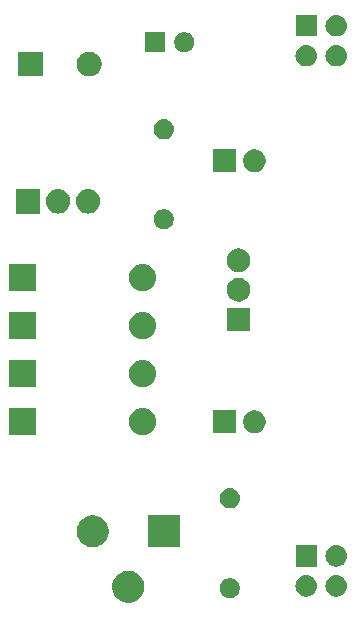
<source format=gts>
G04 #@! TF.GenerationSoftware,KiCad,Pcbnew,(5.1.2)-1*
G04 #@! TF.CreationDate,2019-05-11T09:03:38-04:00*
G04 #@! TF.ProjectId,PowerSupply,506f7765-7253-4757-9070-6c792e6b6963,1*
G04 #@! TF.SameCoordinates,Original*
G04 #@! TF.FileFunction,Soldermask,Top*
G04 #@! TF.FilePolarity,Negative*
%FSLAX46Y46*%
G04 Gerber Fmt 4.6, Leading zero omitted, Abs format (unit mm)*
G04 Created by KiCad (PCBNEW (5.1.2)-1) date 2019-05-11 09:03:38*
%MOMM*%
%LPD*%
G04 APERTURE LIST*
%ADD10C,0.100000*%
G04 APERTURE END LIST*
D10*
G36*
X113853072Y-125066918D02*
G01*
X114098939Y-125168759D01*
X114320212Y-125316610D01*
X114508390Y-125504788D01*
X114621258Y-125673705D01*
X114656242Y-125726063D01*
X114758082Y-125971928D01*
X114810000Y-126232937D01*
X114810000Y-126499063D01*
X114758082Y-126760072D01*
X114683063Y-126941186D01*
X114656241Y-127005939D01*
X114624276Y-127053778D01*
X114525237Y-127202000D01*
X114508390Y-127227212D01*
X114320212Y-127415390D01*
X114098939Y-127563241D01*
X114098938Y-127563242D01*
X114098937Y-127563242D01*
X113853072Y-127665082D01*
X113592063Y-127717000D01*
X113325937Y-127717000D01*
X113064928Y-127665082D01*
X112819063Y-127563242D01*
X112819062Y-127563242D01*
X112819061Y-127563241D01*
X112597788Y-127415390D01*
X112409610Y-127227212D01*
X112392764Y-127202000D01*
X112293724Y-127053778D01*
X112261759Y-127005939D01*
X112234938Y-126941186D01*
X112159918Y-126760072D01*
X112108000Y-126499063D01*
X112108000Y-126232937D01*
X112159918Y-125971928D01*
X112261758Y-125726063D01*
X112296743Y-125673705D01*
X112409610Y-125504788D01*
X112597788Y-125316610D01*
X112819061Y-125168759D01*
X113064928Y-125066918D01*
X113325937Y-125015000D01*
X113592063Y-125015000D01*
X113853072Y-125066918D01*
X113853072Y-125066918D01*
G37*
G36*
X122295228Y-125673703D02*
G01*
X122450100Y-125737853D01*
X122589481Y-125830985D01*
X122708015Y-125949519D01*
X122801147Y-126088900D01*
X122865297Y-126243772D01*
X122898000Y-126408184D01*
X122898000Y-126575816D01*
X122865297Y-126740228D01*
X122801147Y-126895100D01*
X122708015Y-127034481D01*
X122589481Y-127153015D01*
X122450100Y-127246147D01*
X122295228Y-127310297D01*
X122130816Y-127343000D01*
X121963184Y-127343000D01*
X121798772Y-127310297D01*
X121643900Y-127246147D01*
X121504519Y-127153015D01*
X121385985Y-127034481D01*
X121292853Y-126895100D01*
X121228703Y-126740228D01*
X121196000Y-126575816D01*
X121196000Y-126408184D01*
X121228703Y-126243772D01*
X121292853Y-126088900D01*
X121385985Y-125949519D01*
X121504519Y-125830985D01*
X121643900Y-125737853D01*
X121798772Y-125673703D01*
X121963184Y-125641000D01*
X122130816Y-125641000D01*
X122295228Y-125673703D01*
X122295228Y-125673703D01*
G37*
G36*
X128634443Y-125406519D02*
G01*
X128700627Y-125413037D01*
X128870466Y-125464557D01*
X129026991Y-125548222D01*
X129062729Y-125577552D01*
X129164186Y-125660814D01*
X129227409Y-125737853D01*
X129276778Y-125798009D01*
X129360443Y-125954534D01*
X129411963Y-126124373D01*
X129429359Y-126301000D01*
X129411963Y-126477627D01*
X129360443Y-126647466D01*
X129276778Y-126803991D01*
X129247448Y-126839729D01*
X129164186Y-126941186D01*
X129085283Y-127005939D01*
X129026991Y-127053778D01*
X128870466Y-127137443D01*
X128700627Y-127188963D01*
X128634443Y-127195481D01*
X128568260Y-127202000D01*
X128479740Y-127202000D01*
X128413557Y-127195481D01*
X128347373Y-127188963D01*
X128177534Y-127137443D01*
X128021009Y-127053778D01*
X127962717Y-127005939D01*
X127883814Y-126941186D01*
X127800552Y-126839729D01*
X127771222Y-126803991D01*
X127687557Y-126647466D01*
X127636037Y-126477627D01*
X127618641Y-126301000D01*
X127636037Y-126124373D01*
X127687557Y-125954534D01*
X127771222Y-125798009D01*
X127820591Y-125737853D01*
X127883814Y-125660814D01*
X127985271Y-125577552D01*
X128021009Y-125548222D01*
X128177534Y-125464557D01*
X128347373Y-125413037D01*
X128413557Y-125406519D01*
X128479740Y-125400000D01*
X128568260Y-125400000D01*
X128634443Y-125406519D01*
X128634443Y-125406519D01*
G37*
G36*
X131174443Y-125406519D02*
G01*
X131240627Y-125413037D01*
X131410466Y-125464557D01*
X131566991Y-125548222D01*
X131602729Y-125577552D01*
X131704186Y-125660814D01*
X131767409Y-125737853D01*
X131816778Y-125798009D01*
X131900443Y-125954534D01*
X131951963Y-126124373D01*
X131969359Y-126301000D01*
X131951963Y-126477627D01*
X131900443Y-126647466D01*
X131816778Y-126803991D01*
X131787448Y-126839729D01*
X131704186Y-126941186D01*
X131625283Y-127005939D01*
X131566991Y-127053778D01*
X131410466Y-127137443D01*
X131240627Y-127188963D01*
X131174443Y-127195481D01*
X131108260Y-127202000D01*
X131019740Y-127202000D01*
X130953557Y-127195481D01*
X130887373Y-127188963D01*
X130717534Y-127137443D01*
X130561009Y-127053778D01*
X130502717Y-127005939D01*
X130423814Y-126941186D01*
X130340552Y-126839729D01*
X130311222Y-126803991D01*
X130227557Y-126647466D01*
X130176037Y-126477627D01*
X130158641Y-126301000D01*
X130176037Y-126124373D01*
X130227557Y-125954534D01*
X130311222Y-125798009D01*
X130360591Y-125737853D01*
X130423814Y-125660814D01*
X130525271Y-125577552D01*
X130561009Y-125548222D01*
X130717534Y-125464557D01*
X130887373Y-125413037D01*
X130953557Y-125406519D01*
X131019740Y-125400000D01*
X131108260Y-125400000D01*
X131174443Y-125406519D01*
X131174443Y-125406519D01*
G37*
G36*
X129425000Y-124662000D02*
G01*
X127623000Y-124662000D01*
X127623000Y-122860000D01*
X129425000Y-122860000D01*
X129425000Y-124662000D01*
X129425000Y-124662000D01*
G37*
G36*
X131174442Y-122866518D02*
G01*
X131240627Y-122873037D01*
X131410466Y-122924557D01*
X131566991Y-123008222D01*
X131602729Y-123037552D01*
X131704186Y-123120814D01*
X131787448Y-123222271D01*
X131816778Y-123258009D01*
X131900443Y-123414534D01*
X131951963Y-123584373D01*
X131969359Y-123761000D01*
X131951963Y-123937627D01*
X131900443Y-124107466D01*
X131816778Y-124263991D01*
X131787448Y-124299729D01*
X131704186Y-124401186D01*
X131602729Y-124484448D01*
X131566991Y-124513778D01*
X131410466Y-124597443D01*
X131240627Y-124648963D01*
X131174442Y-124655482D01*
X131108260Y-124662000D01*
X131019740Y-124662000D01*
X130953558Y-124655482D01*
X130887373Y-124648963D01*
X130717534Y-124597443D01*
X130561009Y-124513778D01*
X130525271Y-124484448D01*
X130423814Y-124401186D01*
X130340552Y-124299729D01*
X130311222Y-124263991D01*
X130227557Y-124107466D01*
X130176037Y-123937627D01*
X130158641Y-123761000D01*
X130176037Y-123584373D01*
X130227557Y-123414534D01*
X130311222Y-123258009D01*
X130340552Y-123222271D01*
X130423814Y-123120814D01*
X130525271Y-123037552D01*
X130561009Y-123008222D01*
X130717534Y-122924557D01*
X130887373Y-122873037D01*
X130953558Y-122866518D01*
X131019740Y-122860000D01*
X131108260Y-122860000D01*
X131174442Y-122866518D01*
X131174442Y-122866518D01*
G37*
G36*
X110853072Y-120366918D02*
G01*
X111098939Y-120468759D01*
X111320212Y-120616610D01*
X111508390Y-120804788D01*
X111656241Y-121026061D01*
X111758082Y-121271928D01*
X111810000Y-121532938D01*
X111810000Y-121799062D01*
X111758082Y-122060072D01*
X111656241Y-122305939D01*
X111508390Y-122527212D01*
X111320212Y-122715390D01*
X111098939Y-122863241D01*
X111098938Y-122863242D01*
X111098937Y-122863242D01*
X110853072Y-122965082D01*
X110592063Y-123017000D01*
X110325937Y-123017000D01*
X110064928Y-122965082D01*
X109819063Y-122863242D01*
X109819062Y-122863242D01*
X109819061Y-122863241D01*
X109597788Y-122715390D01*
X109409610Y-122527212D01*
X109261759Y-122305939D01*
X109159918Y-122060072D01*
X109108000Y-121799062D01*
X109108000Y-121532938D01*
X109159918Y-121271928D01*
X109261759Y-121026061D01*
X109409610Y-120804788D01*
X109597788Y-120616610D01*
X109819061Y-120468759D01*
X110064928Y-120366918D01*
X110325937Y-120315000D01*
X110592063Y-120315000D01*
X110853072Y-120366918D01*
X110853072Y-120366918D01*
G37*
G36*
X117810000Y-123017000D02*
G01*
X115108000Y-123017000D01*
X115108000Y-120315000D01*
X117810000Y-120315000D01*
X117810000Y-123017000D01*
X117810000Y-123017000D01*
G37*
G36*
X122213823Y-118033313D02*
G01*
X122374242Y-118081976D01*
X122506906Y-118152886D01*
X122522078Y-118160996D01*
X122651659Y-118267341D01*
X122758004Y-118396922D01*
X122758005Y-118396924D01*
X122837024Y-118544758D01*
X122885687Y-118705177D01*
X122902117Y-118872000D01*
X122885687Y-119038823D01*
X122837024Y-119199242D01*
X122766114Y-119331906D01*
X122758004Y-119347078D01*
X122651659Y-119476659D01*
X122522078Y-119583004D01*
X122522076Y-119583005D01*
X122374242Y-119662024D01*
X122213823Y-119710687D01*
X122088804Y-119723000D01*
X122005196Y-119723000D01*
X121880177Y-119710687D01*
X121719758Y-119662024D01*
X121571924Y-119583005D01*
X121571922Y-119583004D01*
X121442341Y-119476659D01*
X121335996Y-119347078D01*
X121327886Y-119331906D01*
X121256976Y-119199242D01*
X121208313Y-119038823D01*
X121191883Y-118872000D01*
X121208313Y-118705177D01*
X121256976Y-118544758D01*
X121335995Y-118396924D01*
X121335996Y-118396922D01*
X121442341Y-118267341D01*
X121571922Y-118160996D01*
X121587094Y-118152886D01*
X121719758Y-118081976D01*
X121880177Y-118033313D01*
X122005196Y-118021000D01*
X122088804Y-118021000D01*
X122213823Y-118033313D01*
X122213823Y-118033313D01*
G37*
G36*
X105672000Y-113546000D02*
G01*
X103370000Y-113546000D01*
X103370000Y-111244000D01*
X105672000Y-111244000D01*
X105672000Y-113546000D01*
X105672000Y-113546000D01*
G37*
G36*
X114850271Y-111255103D02*
G01*
X114906635Y-111260654D01*
X115123600Y-111326470D01*
X115123602Y-111326471D01*
X115323555Y-111433347D01*
X115498818Y-111577182D01*
X115642653Y-111752445D01*
X115745325Y-111944533D01*
X115749530Y-111952400D01*
X115815346Y-112169365D01*
X115837569Y-112395000D01*
X115815346Y-112620635D01*
X115799645Y-112672395D01*
X115749529Y-112837602D01*
X115642653Y-113037555D01*
X115498818Y-113212818D01*
X115323555Y-113356653D01*
X115123602Y-113463529D01*
X115123600Y-113463530D01*
X114906635Y-113529346D01*
X114850271Y-113534897D01*
X114737545Y-113546000D01*
X114624455Y-113546000D01*
X114511729Y-113534897D01*
X114455365Y-113529346D01*
X114238400Y-113463530D01*
X114238398Y-113463529D01*
X114038445Y-113356653D01*
X113863182Y-113212818D01*
X113719347Y-113037555D01*
X113612471Y-112837602D01*
X113562356Y-112672395D01*
X113546654Y-112620635D01*
X113524431Y-112395000D01*
X113546654Y-112169365D01*
X113612470Y-111952400D01*
X113616675Y-111944533D01*
X113719347Y-111752445D01*
X113863182Y-111577182D01*
X114038445Y-111433347D01*
X114238398Y-111326471D01*
X114238400Y-111326470D01*
X114455365Y-111260654D01*
X114511729Y-111255103D01*
X114624455Y-111244000D01*
X114737545Y-111244000D01*
X114850271Y-111255103D01*
X114850271Y-111255103D01*
G37*
G36*
X122551000Y-113346000D02*
G01*
X120649000Y-113346000D01*
X120649000Y-111444000D01*
X122551000Y-111444000D01*
X122551000Y-113346000D01*
X122551000Y-113346000D01*
G37*
G36*
X124417395Y-111480546D02*
G01*
X124590466Y-111552234D01*
X124590467Y-111552235D01*
X124746227Y-111656310D01*
X124878690Y-111788773D01*
X124878691Y-111788775D01*
X124982766Y-111944534D01*
X125054454Y-112117605D01*
X125091000Y-112301333D01*
X125091000Y-112488667D01*
X125054454Y-112672395D01*
X124982766Y-112845466D01*
X124982765Y-112845467D01*
X124878690Y-113001227D01*
X124746227Y-113133690D01*
X124667818Y-113186081D01*
X124590466Y-113237766D01*
X124417395Y-113309454D01*
X124233667Y-113346000D01*
X124046333Y-113346000D01*
X123862605Y-113309454D01*
X123689534Y-113237766D01*
X123612182Y-113186081D01*
X123533773Y-113133690D01*
X123401310Y-113001227D01*
X123297235Y-112845467D01*
X123297234Y-112845466D01*
X123225546Y-112672395D01*
X123189000Y-112488667D01*
X123189000Y-112301333D01*
X123225546Y-112117605D01*
X123297234Y-111944534D01*
X123401309Y-111788775D01*
X123401310Y-111788773D01*
X123533773Y-111656310D01*
X123689533Y-111552235D01*
X123689534Y-111552234D01*
X123862605Y-111480546D01*
X124046333Y-111444000D01*
X124233667Y-111444000D01*
X124417395Y-111480546D01*
X124417395Y-111480546D01*
G37*
G36*
X105672000Y-109482000D02*
G01*
X103370000Y-109482000D01*
X103370000Y-107180000D01*
X105672000Y-107180000D01*
X105672000Y-109482000D01*
X105672000Y-109482000D01*
G37*
G36*
X114850271Y-107191103D02*
G01*
X114906635Y-107196654D01*
X115123600Y-107262470D01*
X115123602Y-107262471D01*
X115323555Y-107369347D01*
X115498818Y-107513182D01*
X115642653Y-107688445D01*
X115749529Y-107888398D01*
X115815346Y-108105366D01*
X115837569Y-108331000D01*
X115815346Y-108556634D01*
X115749529Y-108773602D01*
X115642653Y-108973555D01*
X115498818Y-109148818D01*
X115323555Y-109292653D01*
X115123602Y-109399529D01*
X115123600Y-109399530D01*
X114906635Y-109465346D01*
X114850271Y-109470897D01*
X114737545Y-109482000D01*
X114624455Y-109482000D01*
X114511729Y-109470897D01*
X114455365Y-109465346D01*
X114238400Y-109399530D01*
X114238398Y-109399529D01*
X114038445Y-109292653D01*
X113863182Y-109148818D01*
X113719347Y-108973555D01*
X113612471Y-108773602D01*
X113546654Y-108556634D01*
X113524431Y-108331000D01*
X113546654Y-108105366D01*
X113612471Y-107888398D01*
X113719347Y-107688445D01*
X113863182Y-107513182D01*
X114038445Y-107369347D01*
X114238398Y-107262471D01*
X114238400Y-107262470D01*
X114455365Y-107196654D01*
X114511729Y-107191103D01*
X114624455Y-107180000D01*
X114737545Y-107180000D01*
X114850271Y-107191103D01*
X114850271Y-107191103D01*
G37*
G36*
X114850271Y-103127103D02*
G01*
X114906635Y-103132654D01*
X115123600Y-103198470D01*
X115123602Y-103198471D01*
X115323555Y-103305347D01*
X115498818Y-103449182D01*
X115642653Y-103624445D01*
X115749529Y-103824398D01*
X115815346Y-104041366D01*
X115837569Y-104267000D01*
X115815346Y-104492634D01*
X115749529Y-104709602D01*
X115642653Y-104909555D01*
X115498818Y-105084818D01*
X115323555Y-105228653D01*
X115123602Y-105335529D01*
X115123600Y-105335530D01*
X114906635Y-105401346D01*
X114850271Y-105406897D01*
X114737545Y-105418000D01*
X114624455Y-105418000D01*
X114511729Y-105406897D01*
X114455365Y-105401346D01*
X114238400Y-105335530D01*
X114238398Y-105335529D01*
X114038445Y-105228653D01*
X113863182Y-105084818D01*
X113719347Y-104909555D01*
X113612471Y-104709602D01*
X113546654Y-104492634D01*
X113524431Y-104267000D01*
X113546654Y-104041366D01*
X113612471Y-103824398D01*
X113719347Y-103624445D01*
X113863182Y-103449182D01*
X114038445Y-103305347D01*
X114238398Y-103198471D01*
X114238400Y-103198470D01*
X114455365Y-103132654D01*
X114511729Y-103127103D01*
X114624455Y-103116000D01*
X114737545Y-103116000D01*
X114850271Y-103127103D01*
X114850271Y-103127103D01*
G37*
G36*
X105672000Y-105418000D02*
G01*
X103370000Y-105418000D01*
X103370000Y-103116000D01*
X105672000Y-103116000D01*
X105672000Y-105418000D01*
X105672000Y-105418000D01*
G37*
G36*
X123810000Y-104727000D02*
G01*
X121808000Y-104727000D01*
X121808000Y-102725000D01*
X123810000Y-102725000D01*
X123810000Y-104727000D01*
X123810000Y-104727000D01*
G37*
G36*
X123100981Y-100263468D02*
G01*
X123283151Y-100338926D01*
X123447100Y-100448473D01*
X123586527Y-100587900D01*
X123696074Y-100751849D01*
X123771532Y-100934019D01*
X123810000Y-101127410D01*
X123810000Y-101324590D01*
X123771532Y-101517981D01*
X123696074Y-101700151D01*
X123586527Y-101864100D01*
X123447100Y-102003527D01*
X123283151Y-102113074D01*
X123100981Y-102188532D01*
X123004285Y-102207766D01*
X122907591Y-102227000D01*
X122710409Y-102227000D01*
X122613715Y-102207766D01*
X122517019Y-102188532D01*
X122334849Y-102113074D01*
X122170900Y-102003527D01*
X122031473Y-101864100D01*
X121921926Y-101700151D01*
X121846468Y-101517981D01*
X121808000Y-101324590D01*
X121808000Y-101127410D01*
X121846468Y-100934019D01*
X121921926Y-100751849D01*
X122031473Y-100587900D01*
X122170900Y-100448473D01*
X122334849Y-100338926D01*
X122517019Y-100263468D01*
X122613715Y-100244234D01*
X122710409Y-100225000D01*
X122907591Y-100225000D01*
X123100981Y-100263468D01*
X123100981Y-100263468D01*
G37*
G36*
X105672000Y-101354000D02*
G01*
X103370000Y-101354000D01*
X103370000Y-99052000D01*
X105672000Y-99052000D01*
X105672000Y-101354000D01*
X105672000Y-101354000D01*
G37*
G36*
X114850271Y-99063103D02*
G01*
X114906635Y-99068654D01*
X115123600Y-99134470D01*
X115123602Y-99134471D01*
X115323555Y-99241347D01*
X115498818Y-99385182D01*
X115642653Y-99560445D01*
X115749529Y-99760398D01*
X115749530Y-99760400D01*
X115815346Y-99977365D01*
X115837569Y-100203000D01*
X115824182Y-100338926D01*
X115815346Y-100428634D01*
X115749529Y-100645602D01*
X115642653Y-100845555D01*
X115498818Y-101020818D01*
X115323555Y-101164653D01*
X115123602Y-101271529D01*
X115123600Y-101271530D01*
X114906635Y-101337346D01*
X114850271Y-101342897D01*
X114737545Y-101354000D01*
X114624455Y-101354000D01*
X114511729Y-101342897D01*
X114455365Y-101337346D01*
X114238400Y-101271530D01*
X114238398Y-101271529D01*
X114038445Y-101164653D01*
X113863182Y-101020818D01*
X113719347Y-100845555D01*
X113612471Y-100645602D01*
X113546654Y-100428634D01*
X113537819Y-100338926D01*
X113524431Y-100203000D01*
X113546654Y-99977365D01*
X113612470Y-99760400D01*
X113612471Y-99760398D01*
X113719347Y-99560445D01*
X113863182Y-99385182D01*
X114038445Y-99241347D01*
X114238398Y-99134471D01*
X114238400Y-99134470D01*
X114455365Y-99068654D01*
X114511729Y-99063103D01*
X114624455Y-99052000D01*
X114737545Y-99052000D01*
X114850271Y-99063103D01*
X114850271Y-99063103D01*
G37*
G36*
X123004285Y-97744234D02*
G01*
X123100981Y-97763468D01*
X123283151Y-97838926D01*
X123447100Y-97948473D01*
X123586527Y-98087900D01*
X123696074Y-98251849D01*
X123771532Y-98434019D01*
X123810000Y-98627410D01*
X123810000Y-98824590D01*
X123771532Y-99017981D01*
X123696074Y-99200151D01*
X123586527Y-99364100D01*
X123447100Y-99503527D01*
X123283151Y-99613074D01*
X123100981Y-99688532D01*
X123004285Y-99707766D01*
X122907591Y-99727000D01*
X122710409Y-99727000D01*
X122613715Y-99707766D01*
X122517019Y-99688532D01*
X122334849Y-99613074D01*
X122170900Y-99503527D01*
X122031473Y-99364100D01*
X121921926Y-99200151D01*
X121846468Y-99017981D01*
X121808000Y-98824590D01*
X121808000Y-98627410D01*
X121846468Y-98434019D01*
X121921926Y-98251849D01*
X122031473Y-98087900D01*
X122170900Y-97948473D01*
X122334849Y-97838926D01*
X122517019Y-97763468D01*
X122710409Y-97725000D01*
X122907591Y-97725000D01*
X123004285Y-97744234D01*
X123004285Y-97744234D01*
G37*
G36*
X116707228Y-94431703D02*
G01*
X116862100Y-94495853D01*
X117001481Y-94588985D01*
X117120015Y-94707519D01*
X117213147Y-94846900D01*
X117277297Y-95001772D01*
X117310000Y-95166184D01*
X117310000Y-95333816D01*
X117277297Y-95498228D01*
X117213147Y-95653100D01*
X117120015Y-95792481D01*
X117001481Y-95911015D01*
X116862100Y-96004147D01*
X116707228Y-96068297D01*
X116542816Y-96101000D01*
X116375184Y-96101000D01*
X116210772Y-96068297D01*
X116055900Y-96004147D01*
X115916519Y-95911015D01*
X115797985Y-95792481D01*
X115704853Y-95653100D01*
X115640703Y-95498228D01*
X115608000Y-95333816D01*
X115608000Y-95166184D01*
X115640703Y-95001772D01*
X115704853Y-94846900D01*
X115797985Y-94707519D01*
X115916519Y-94588985D01*
X116055900Y-94495853D01*
X116210772Y-94431703D01*
X116375184Y-94399000D01*
X116542816Y-94399000D01*
X116707228Y-94431703D01*
X116707228Y-94431703D01*
G37*
G36*
X107705719Y-92689520D02*
G01*
X107894880Y-92746901D01*
X107894883Y-92746902D01*
X107987333Y-92796318D01*
X108069212Y-92840083D01*
X108222015Y-92965485D01*
X108347417Y-93118288D01*
X108440599Y-93292619D01*
X108497980Y-93481780D01*
X108512500Y-93629206D01*
X108512500Y-93822793D01*
X108497980Y-93970219D01*
X108440599Y-94159380D01*
X108440598Y-94159383D01*
X108391182Y-94251833D01*
X108347417Y-94333712D01*
X108222015Y-94486515D01*
X108069212Y-94611917D01*
X107894881Y-94705099D01*
X107705720Y-94762480D01*
X107509000Y-94781855D01*
X107312281Y-94762480D01*
X107123120Y-94705099D01*
X106948788Y-94611917D01*
X106795985Y-94486515D01*
X106670583Y-94333712D01*
X106577401Y-94159381D01*
X106520020Y-93970220D01*
X106505500Y-93822794D01*
X106505500Y-93629207D01*
X106520020Y-93481781D01*
X106577401Y-93292620D01*
X106577402Y-93292617D01*
X106626818Y-93200167D01*
X106670583Y-93118288D01*
X106795985Y-92965485D01*
X106948788Y-92840083D01*
X107123119Y-92746901D01*
X107312280Y-92689520D01*
X107509000Y-92670145D01*
X107705719Y-92689520D01*
X107705719Y-92689520D01*
G37*
G36*
X110245719Y-92689520D02*
G01*
X110434880Y-92746901D01*
X110434883Y-92746902D01*
X110527333Y-92796318D01*
X110609212Y-92840083D01*
X110762015Y-92965485D01*
X110887417Y-93118288D01*
X110980599Y-93292619D01*
X111037980Y-93481780D01*
X111052500Y-93629206D01*
X111052500Y-93822793D01*
X111037980Y-93970219D01*
X110980599Y-94159380D01*
X110980598Y-94159383D01*
X110931182Y-94251833D01*
X110887417Y-94333712D01*
X110762015Y-94486515D01*
X110609212Y-94611917D01*
X110434881Y-94705099D01*
X110245720Y-94762480D01*
X110049000Y-94781855D01*
X109852281Y-94762480D01*
X109663120Y-94705099D01*
X109488788Y-94611917D01*
X109335985Y-94486515D01*
X109210583Y-94333712D01*
X109117401Y-94159381D01*
X109060020Y-93970220D01*
X109045500Y-93822794D01*
X109045500Y-93629207D01*
X109060020Y-93481781D01*
X109117401Y-93292620D01*
X109117402Y-93292617D01*
X109166818Y-93200167D01*
X109210583Y-93118288D01*
X109335985Y-92965485D01*
X109488788Y-92840083D01*
X109663119Y-92746901D01*
X109852280Y-92689520D01*
X110049000Y-92670145D01*
X110245719Y-92689520D01*
X110245719Y-92689520D01*
G37*
G36*
X105972500Y-94777000D02*
G01*
X103965500Y-94777000D01*
X103965500Y-92675000D01*
X105972500Y-92675000D01*
X105972500Y-94777000D01*
X105972500Y-94777000D01*
G37*
G36*
X122551000Y-91248000D02*
G01*
X120649000Y-91248000D01*
X120649000Y-89346000D01*
X122551000Y-89346000D01*
X122551000Y-91248000D01*
X122551000Y-91248000D01*
G37*
G36*
X124417395Y-89382546D02*
G01*
X124590466Y-89454234D01*
X124590467Y-89454235D01*
X124746227Y-89558310D01*
X124878690Y-89690773D01*
X124878691Y-89690775D01*
X124982766Y-89846534D01*
X125054454Y-90019605D01*
X125091000Y-90203333D01*
X125091000Y-90390667D01*
X125054454Y-90574395D01*
X124982766Y-90747466D01*
X124982765Y-90747467D01*
X124878690Y-90903227D01*
X124746227Y-91035690D01*
X124667818Y-91088081D01*
X124590466Y-91139766D01*
X124417395Y-91211454D01*
X124233667Y-91248000D01*
X124046333Y-91248000D01*
X123862605Y-91211454D01*
X123689534Y-91139766D01*
X123612182Y-91088081D01*
X123533773Y-91035690D01*
X123401310Y-90903227D01*
X123297235Y-90747467D01*
X123297234Y-90747466D01*
X123225546Y-90574395D01*
X123189000Y-90390667D01*
X123189000Y-90203333D01*
X123225546Y-90019605D01*
X123297234Y-89846534D01*
X123401309Y-89690775D01*
X123401310Y-89690773D01*
X123533773Y-89558310D01*
X123689533Y-89454235D01*
X123689534Y-89454234D01*
X123862605Y-89382546D01*
X124046333Y-89346000D01*
X124233667Y-89346000D01*
X124417395Y-89382546D01*
X124417395Y-89382546D01*
G37*
G36*
X116625823Y-86791313D02*
G01*
X116786242Y-86839976D01*
X116918906Y-86910886D01*
X116934078Y-86918996D01*
X117063659Y-87025341D01*
X117170004Y-87154922D01*
X117170005Y-87154924D01*
X117249024Y-87302758D01*
X117297687Y-87463177D01*
X117314117Y-87630000D01*
X117297687Y-87796823D01*
X117249024Y-87957242D01*
X117178114Y-88089906D01*
X117170004Y-88105078D01*
X117063659Y-88234659D01*
X116934078Y-88341004D01*
X116934076Y-88341005D01*
X116786242Y-88420024D01*
X116625823Y-88468687D01*
X116500804Y-88481000D01*
X116417196Y-88481000D01*
X116292177Y-88468687D01*
X116131758Y-88420024D01*
X115983924Y-88341005D01*
X115983922Y-88341004D01*
X115854341Y-88234659D01*
X115747996Y-88105078D01*
X115739886Y-88089906D01*
X115668976Y-87957242D01*
X115620313Y-87796823D01*
X115603883Y-87630000D01*
X115620313Y-87463177D01*
X115668976Y-87302758D01*
X115747995Y-87154924D01*
X115747996Y-87154922D01*
X115854341Y-87025341D01*
X115983922Y-86918996D01*
X115999094Y-86910886D01*
X116131758Y-86839976D01*
X116292177Y-86791313D01*
X116417196Y-86779000D01*
X116500804Y-86779000D01*
X116625823Y-86791313D01*
X116625823Y-86791313D01*
G37*
G36*
X110462564Y-81103389D02*
G01*
X110653833Y-81182615D01*
X110653835Y-81182616D01*
X110725308Y-81230373D01*
X110825973Y-81297635D01*
X110972365Y-81444027D01*
X111087385Y-81616167D01*
X111166611Y-81807436D01*
X111207000Y-82010484D01*
X111207000Y-82217516D01*
X111166611Y-82420564D01*
X111087385Y-82611833D01*
X111087384Y-82611835D01*
X110972365Y-82783973D01*
X110825973Y-82930365D01*
X110653835Y-83045384D01*
X110653834Y-83045385D01*
X110653833Y-83045385D01*
X110462564Y-83124611D01*
X110259516Y-83165000D01*
X110052484Y-83165000D01*
X109849436Y-83124611D01*
X109658167Y-83045385D01*
X109658166Y-83045385D01*
X109658165Y-83045384D01*
X109486027Y-82930365D01*
X109339635Y-82783973D01*
X109224616Y-82611835D01*
X109224615Y-82611833D01*
X109145389Y-82420564D01*
X109105000Y-82217516D01*
X109105000Y-82010484D01*
X109145389Y-81807436D01*
X109224615Y-81616167D01*
X109339635Y-81444027D01*
X109486027Y-81297635D01*
X109586692Y-81230373D01*
X109658165Y-81182616D01*
X109658167Y-81182615D01*
X109849436Y-81103389D01*
X110052484Y-81063000D01*
X110259516Y-81063000D01*
X110462564Y-81103389D01*
X110462564Y-81103389D01*
G37*
G36*
X106207000Y-83165000D02*
G01*
X104105000Y-83165000D01*
X104105000Y-81063000D01*
X106207000Y-81063000D01*
X106207000Y-83165000D01*
X106207000Y-83165000D01*
G37*
G36*
X128631493Y-80512228D02*
G01*
X128700627Y-80519037D01*
X128870466Y-80570557D01*
X129026991Y-80654222D01*
X129062729Y-80683552D01*
X129164186Y-80766814D01*
X129247448Y-80868271D01*
X129276778Y-80904009D01*
X129360443Y-81060534D01*
X129411963Y-81230373D01*
X129429359Y-81407000D01*
X129411963Y-81583627D01*
X129360443Y-81753466D01*
X129276778Y-81909991D01*
X129247448Y-81945729D01*
X129164186Y-82047186D01*
X129062729Y-82130448D01*
X129026991Y-82159778D01*
X128870466Y-82243443D01*
X128700627Y-82294963D01*
X128634443Y-82301481D01*
X128568260Y-82308000D01*
X128479740Y-82308000D01*
X128413557Y-82301481D01*
X128347373Y-82294963D01*
X128177534Y-82243443D01*
X128021009Y-82159778D01*
X127985271Y-82130448D01*
X127883814Y-82047186D01*
X127800552Y-81945729D01*
X127771222Y-81909991D01*
X127687557Y-81753466D01*
X127636037Y-81583627D01*
X127618641Y-81407000D01*
X127636037Y-81230373D01*
X127687557Y-81060534D01*
X127771222Y-80904009D01*
X127800552Y-80868271D01*
X127883814Y-80766814D01*
X127985271Y-80683552D01*
X128021009Y-80654222D01*
X128177534Y-80570557D01*
X128347373Y-80519037D01*
X128416507Y-80512228D01*
X128479740Y-80506000D01*
X128568260Y-80506000D01*
X128631493Y-80512228D01*
X128631493Y-80512228D01*
G37*
G36*
X131171493Y-80512228D02*
G01*
X131240627Y-80519037D01*
X131410466Y-80570557D01*
X131566991Y-80654222D01*
X131602729Y-80683552D01*
X131704186Y-80766814D01*
X131787448Y-80868271D01*
X131816778Y-80904009D01*
X131900443Y-81060534D01*
X131951963Y-81230373D01*
X131969359Y-81407000D01*
X131951963Y-81583627D01*
X131900443Y-81753466D01*
X131816778Y-81909991D01*
X131787448Y-81945729D01*
X131704186Y-82047186D01*
X131602729Y-82130448D01*
X131566991Y-82159778D01*
X131410466Y-82243443D01*
X131240627Y-82294963D01*
X131174443Y-82301481D01*
X131108260Y-82308000D01*
X131019740Y-82308000D01*
X130953557Y-82301481D01*
X130887373Y-82294963D01*
X130717534Y-82243443D01*
X130561009Y-82159778D01*
X130525271Y-82130448D01*
X130423814Y-82047186D01*
X130340552Y-81945729D01*
X130311222Y-81909991D01*
X130227557Y-81753466D01*
X130176037Y-81583627D01*
X130158641Y-81407000D01*
X130176037Y-81230373D01*
X130227557Y-81060534D01*
X130311222Y-80904009D01*
X130340552Y-80868271D01*
X130423814Y-80766814D01*
X130525271Y-80683552D01*
X130561009Y-80654222D01*
X130717534Y-80570557D01*
X130887373Y-80519037D01*
X130956507Y-80512228D01*
X131019740Y-80506000D01*
X131108260Y-80506000D01*
X131171493Y-80512228D01*
X131171493Y-80512228D01*
G37*
G36*
X116548000Y-81115000D02*
G01*
X114846000Y-81115000D01*
X114846000Y-79413000D01*
X116548000Y-79413000D01*
X116548000Y-81115000D01*
X116548000Y-81115000D01*
G37*
G36*
X118445228Y-79445703D02*
G01*
X118600100Y-79509853D01*
X118739481Y-79602985D01*
X118858015Y-79721519D01*
X118951147Y-79860900D01*
X119015297Y-80015772D01*
X119048000Y-80180184D01*
X119048000Y-80347816D01*
X119015297Y-80512228D01*
X118951147Y-80667100D01*
X118858015Y-80806481D01*
X118739481Y-80925015D01*
X118600100Y-81018147D01*
X118445228Y-81082297D01*
X118280816Y-81115000D01*
X118113184Y-81115000D01*
X117948772Y-81082297D01*
X117793900Y-81018147D01*
X117654519Y-80925015D01*
X117535985Y-80806481D01*
X117442853Y-80667100D01*
X117378703Y-80512228D01*
X117346000Y-80347816D01*
X117346000Y-80180184D01*
X117378703Y-80015772D01*
X117442853Y-79860900D01*
X117535985Y-79721519D01*
X117654519Y-79602985D01*
X117793900Y-79509853D01*
X117948772Y-79445703D01*
X118113184Y-79413000D01*
X118280816Y-79413000D01*
X118445228Y-79445703D01*
X118445228Y-79445703D01*
G37*
G36*
X131174443Y-77972519D02*
G01*
X131240627Y-77979037D01*
X131410466Y-78030557D01*
X131566991Y-78114222D01*
X131602729Y-78143552D01*
X131704186Y-78226814D01*
X131787448Y-78328271D01*
X131816778Y-78364009D01*
X131900443Y-78520534D01*
X131951963Y-78690373D01*
X131969359Y-78867000D01*
X131951963Y-79043627D01*
X131900443Y-79213466D01*
X131816778Y-79369991D01*
X131787448Y-79405729D01*
X131704186Y-79507186D01*
X131602729Y-79590448D01*
X131566991Y-79619778D01*
X131410466Y-79703443D01*
X131240627Y-79754963D01*
X131174442Y-79761482D01*
X131108260Y-79768000D01*
X131019740Y-79768000D01*
X130953558Y-79761482D01*
X130887373Y-79754963D01*
X130717534Y-79703443D01*
X130561009Y-79619778D01*
X130525271Y-79590448D01*
X130423814Y-79507186D01*
X130340552Y-79405729D01*
X130311222Y-79369991D01*
X130227557Y-79213466D01*
X130176037Y-79043627D01*
X130158641Y-78867000D01*
X130176037Y-78690373D01*
X130227557Y-78520534D01*
X130311222Y-78364009D01*
X130340552Y-78328271D01*
X130423814Y-78226814D01*
X130525271Y-78143552D01*
X130561009Y-78114222D01*
X130717534Y-78030557D01*
X130887373Y-77979037D01*
X130953557Y-77972519D01*
X131019740Y-77966000D01*
X131108260Y-77966000D01*
X131174443Y-77972519D01*
X131174443Y-77972519D01*
G37*
G36*
X129425000Y-79768000D02*
G01*
X127623000Y-79768000D01*
X127623000Y-77966000D01*
X129425000Y-77966000D01*
X129425000Y-79768000D01*
X129425000Y-79768000D01*
G37*
M02*

</source>
